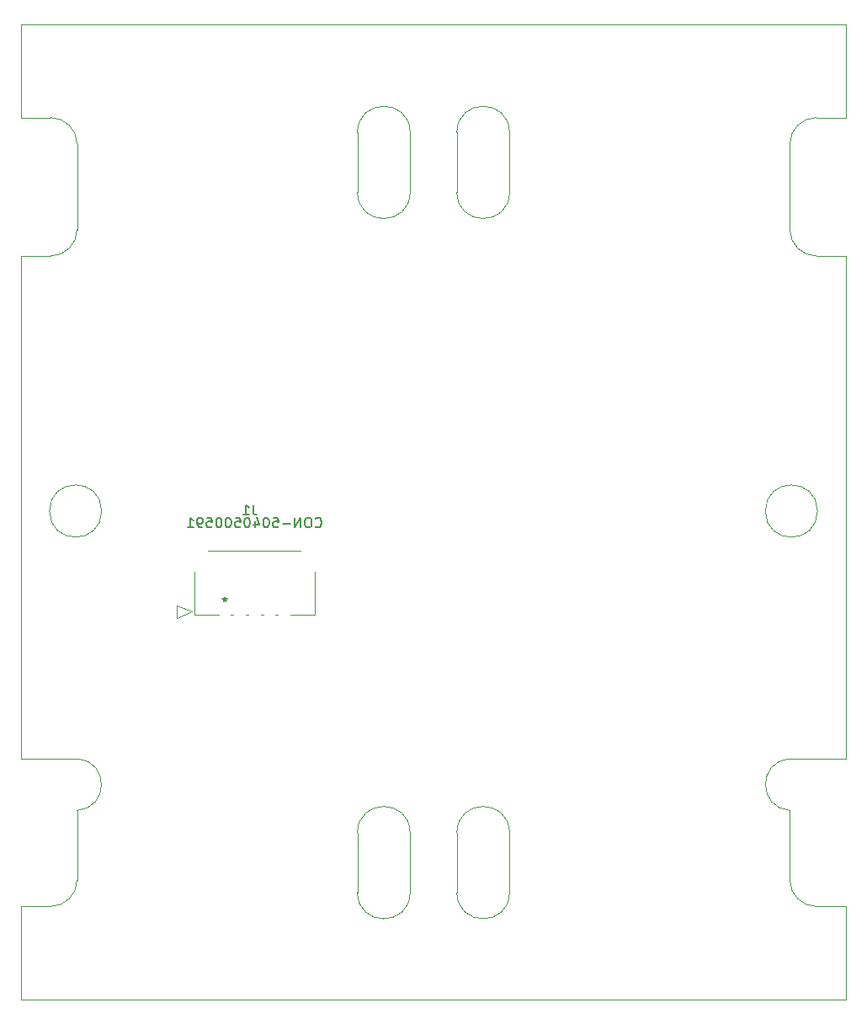
<source format=gbr>
%TF.GenerationSoftware,KiCad,Pcbnew,(6.0.9)*%
%TF.CreationDate,2023-01-30T20:43:42-08:00*%
%TF.ProjectId,solar-panel-NoCutout,736f6c61-722d-4706-916e-656c2d4e6f43,2.0*%
%TF.SameCoordinates,Original*%
%TF.FileFunction,Legend,Bot*%
%TF.FilePolarity,Positive*%
%FSLAX46Y46*%
G04 Gerber Fmt 4.6, Leading zero omitted, Abs format (unit mm)*
G04 Created by KiCad (PCBNEW (6.0.9)) date 2023-01-30 20:43:42*
%MOMM*%
%LPD*%
G01*
G04 APERTURE LIST*
%TA.AperFunction,Profile*%
%ADD10C,0.050000*%
%TD*%
%ADD11C,0.150000*%
%ADD12C,0.120000*%
G04 APERTURE END LIST*
D10*
X136850000Y-153000000D02*
X136850000Y-147000000D01*
X142150000Y-153000000D02*
X142150000Y-147000000D01*
X146850000Y-147000000D02*
X146850000Y-153000000D01*
X152150000Y-153000000D02*
X152150000Y-147000000D01*
X142150000Y-76600000D02*
X142150000Y-82600000D01*
X136850000Y-76600000D02*
X136850000Y-82600000D01*
X146850000Y-76600000D02*
X146850000Y-82600000D01*
X152150000Y-76600000D02*
X152150000Y-82600000D01*
X186000000Y-65750000D02*
X103000000Y-65750000D01*
X183125000Y-114650000D02*
G75*
G03*
X183125000Y-114650000I-2625000J0D01*
G01*
X108744606Y-139557190D02*
X103000000Y-139557190D01*
X180249992Y-139557104D02*
G75*
G03*
X180350001Y-144749999I250008J-2592596D01*
G01*
X186000000Y-163750000D02*
X186000000Y-156450000D01*
X186000000Y-73100000D02*
X186000000Y-65750000D01*
X106000000Y-75100000D02*
X103000000Y-75100000D01*
X108650000Y-77750000D02*
G75*
G03*
X106000000Y-75100000I-2650000J0D01*
G01*
X106000000Y-89000000D02*
G75*
G03*
X108650000Y-86350000I0J2650000D01*
G01*
X106000000Y-89000000D02*
X103000000Y-89000000D01*
X108650000Y-77750000D02*
X108650000Y-86350000D01*
X183000000Y-75100000D02*
G75*
G03*
X180350000Y-77750000I0J-2650000D01*
G01*
X180350000Y-86350000D02*
G75*
G03*
X183000000Y-89000000I2650000J0D01*
G01*
X183000000Y-75100000D02*
X186000000Y-75100000D01*
X180350000Y-77750000D02*
X180350000Y-86350000D01*
X183000000Y-89000000D02*
X186000000Y-89000000D01*
X103000000Y-65750000D02*
X103000000Y-75100000D01*
X103000000Y-89000000D02*
X103000000Y-139557190D01*
X103000000Y-154400000D02*
X103000000Y-163750000D01*
X186000000Y-156450000D02*
X186000000Y-154400000D01*
X186000000Y-75100000D02*
X186000000Y-73100000D01*
X185994606Y-139557190D02*
X180250000Y-139557190D01*
X136850000Y-82600000D02*
G75*
G03*
X142150000Y-82600000I2650000J0D01*
G01*
X108649999Y-144750000D02*
G75*
G03*
X108744606Y-139557190I-149999J2600000D01*
G01*
X108650000Y-151750000D02*
X108650000Y-144750000D01*
X152150000Y-76600000D02*
G75*
G03*
X146850000Y-76600000I-2650000J0D01*
G01*
X142150000Y-76600000D02*
G75*
G03*
X136850000Y-76600000I-2650000J0D01*
G01*
X103000000Y-163750000D02*
X186000000Y-163750000D01*
X142150000Y-147000000D02*
G75*
G03*
X136850000Y-147000000I-2650000J0D01*
G01*
X180350000Y-151750000D02*
X180350000Y-144750000D01*
X106000000Y-154400000D02*
X103000000Y-154400000D01*
X136850000Y-153000000D02*
G75*
G03*
X142150000Y-153000000I2650000J0D01*
G01*
X152150000Y-147000000D02*
G75*
G03*
X146850000Y-147000000I-2650000J0D01*
G01*
X106000000Y-154400000D02*
G75*
G03*
X108650000Y-151750000I0J2650000D01*
G01*
X180350000Y-151750000D02*
G75*
G03*
X183000000Y-154400000I2650000J0D01*
G01*
X146850000Y-153000000D02*
G75*
G03*
X152150000Y-153000000I2650000J0D01*
G01*
X183000000Y-154400000D02*
X186000000Y-154400000D01*
X186000000Y-89000000D02*
X185994606Y-139557190D01*
X146850000Y-82600000D02*
G75*
G03*
X152150000Y-82600000I2650000J0D01*
G01*
X111125000Y-114650000D02*
G75*
G03*
X111125000Y-114650000I-2625000J0D01*
G01*
D11*
%TO.C,J1*%
X126373333Y-114042380D02*
X126373333Y-114756666D01*
X126420952Y-114899523D01*
X126516190Y-114994761D01*
X126659047Y-115042380D01*
X126754285Y-115042380D01*
X125373333Y-115042380D02*
X125944761Y-115042380D01*
X125659047Y-115042380D02*
X125659047Y-114042380D01*
X125754285Y-114185238D01*
X125849523Y-114280476D01*
X125944761Y-114328095D01*
X132619049Y-116217142D02*
X132666668Y-116264761D01*
X132809525Y-116312380D01*
X132904763Y-116312380D01*
X133047621Y-116264761D01*
X133142859Y-116169523D01*
X133190478Y-116074285D01*
X133238097Y-115883809D01*
X133238097Y-115740952D01*
X133190478Y-115550476D01*
X133142859Y-115455238D01*
X133047621Y-115360000D01*
X132904763Y-115312380D01*
X132809525Y-115312380D01*
X132666668Y-115360000D01*
X132619049Y-115407619D01*
X132000002Y-115312380D02*
X131809525Y-115312380D01*
X131714287Y-115360000D01*
X131619049Y-115455238D01*
X131571430Y-115645714D01*
X131571430Y-115979047D01*
X131619049Y-116169523D01*
X131714287Y-116264761D01*
X131809525Y-116312380D01*
X132000002Y-116312380D01*
X132095240Y-116264761D01*
X132190478Y-116169523D01*
X132238097Y-115979047D01*
X132238097Y-115645714D01*
X132190478Y-115455238D01*
X132095240Y-115360000D01*
X132000002Y-115312380D01*
X131142859Y-116312380D02*
X131142859Y-115312380D01*
X130571430Y-116312380D01*
X130571430Y-115312380D01*
X130095240Y-115931428D02*
X129333335Y-115931428D01*
X128380954Y-115312380D02*
X128857144Y-115312380D01*
X128904763Y-115788571D01*
X128857144Y-115740952D01*
X128761906Y-115693333D01*
X128523811Y-115693333D01*
X128428573Y-115740952D01*
X128380954Y-115788571D01*
X128333335Y-115883809D01*
X128333335Y-116121904D01*
X128380954Y-116217142D01*
X128428573Y-116264761D01*
X128523811Y-116312380D01*
X128761906Y-116312380D01*
X128857144Y-116264761D01*
X128904763Y-116217142D01*
X127714287Y-115312380D02*
X127619049Y-115312380D01*
X127523811Y-115360000D01*
X127476192Y-115407619D01*
X127428573Y-115502857D01*
X127380954Y-115693333D01*
X127380954Y-115931428D01*
X127428573Y-116121904D01*
X127476192Y-116217142D01*
X127523811Y-116264761D01*
X127619049Y-116312380D01*
X127714287Y-116312380D01*
X127809525Y-116264761D01*
X127857144Y-116217142D01*
X127904763Y-116121904D01*
X127952382Y-115931428D01*
X127952382Y-115693333D01*
X127904763Y-115502857D01*
X127857144Y-115407619D01*
X127809525Y-115360000D01*
X127714287Y-115312380D01*
X126523811Y-115645714D02*
X126523811Y-116312380D01*
X126761906Y-115264761D02*
X127000002Y-115979047D01*
X126380954Y-115979047D01*
X125809525Y-115312380D02*
X125714287Y-115312380D01*
X125619049Y-115360000D01*
X125571430Y-115407619D01*
X125523811Y-115502857D01*
X125476192Y-115693333D01*
X125476192Y-115931428D01*
X125523811Y-116121904D01*
X125571430Y-116217142D01*
X125619049Y-116264761D01*
X125714287Y-116312380D01*
X125809525Y-116312380D01*
X125904763Y-116264761D01*
X125952382Y-116217142D01*
X126000002Y-116121904D01*
X126047621Y-115931428D01*
X126047621Y-115693333D01*
X126000002Y-115502857D01*
X125952382Y-115407619D01*
X125904763Y-115360000D01*
X125809525Y-115312380D01*
X124571430Y-115312380D02*
X125047621Y-115312380D01*
X125095240Y-115788571D01*
X125047621Y-115740952D01*
X124952382Y-115693333D01*
X124714287Y-115693333D01*
X124619049Y-115740952D01*
X124571430Y-115788571D01*
X124523811Y-115883809D01*
X124523811Y-116121904D01*
X124571430Y-116217142D01*
X124619049Y-116264761D01*
X124714287Y-116312380D01*
X124952382Y-116312380D01*
X125047621Y-116264761D01*
X125095240Y-116217142D01*
X123904763Y-115312380D02*
X123809525Y-115312380D01*
X123714287Y-115360000D01*
X123666668Y-115407619D01*
X123619049Y-115502857D01*
X123571430Y-115693333D01*
X123571430Y-115931428D01*
X123619049Y-116121904D01*
X123666668Y-116217142D01*
X123714287Y-116264761D01*
X123809525Y-116312380D01*
X123904763Y-116312380D01*
X124000002Y-116264761D01*
X124047621Y-116217142D01*
X124095240Y-116121904D01*
X124142859Y-115931428D01*
X124142859Y-115693333D01*
X124095240Y-115502857D01*
X124047621Y-115407619D01*
X124000002Y-115360000D01*
X123904763Y-115312380D01*
X122952382Y-115312380D02*
X122857144Y-115312380D01*
X122761906Y-115360000D01*
X122714287Y-115407619D01*
X122666668Y-115502857D01*
X122619049Y-115693333D01*
X122619049Y-115931428D01*
X122666668Y-116121904D01*
X122714287Y-116217142D01*
X122761906Y-116264761D01*
X122857144Y-116312380D01*
X122952382Y-116312380D01*
X123047621Y-116264761D01*
X123095240Y-116217142D01*
X123142859Y-116121904D01*
X123190478Y-115931428D01*
X123190478Y-115693333D01*
X123142859Y-115502857D01*
X123095240Y-115407619D01*
X123047621Y-115360000D01*
X122952382Y-115312380D01*
X121714287Y-115312380D02*
X122190478Y-115312380D01*
X122238097Y-115788571D01*
X122190478Y-115740952D01*
X122095240Y-115693333D01*
X121857144Y-115693333D01*
X121761906Y-115740952D01*
X121714287Y-115788571D01*
X121666668Y-115883809D01*
X121666668Y-116121904D01*
X121714287Y-116217142D01*
X121761906Y-116264761D01*
X121857144Y-116312380D01*
X122095240Y-116312380D01*
X122190478Y-116264761D01*
X122238097Y-116217142D01*
X121190478Y-116312380D02*
X121000002Y-116312380D01*
X120904763Y-116264761D01*
X120857144Y-116217142D01*
X120761906Y-116074285D01*
X120714287Y-115883809D01*
X120714287Y-115502857D01*
X120761906Y-115407619D01*
X120809525Y-115360000D01*
X120904763Y-115312380D01*
X121095240Y-115312380D01*
X121190478Y-115360000D01*
X121238097Y-115407619D01*
X121285716Y-115502857D01*
X121285716Y-115740952D01*
X121238097Y-115836190D01*
X121190478Y-115883809D01*
X121095240Y-115931428D01*
X120904763Y-115931428D01*
X120809525Y-115883809D01*
X120761906Y-115836190D01*
X120714287Y-115740952D01*
X119761906Y-116312380D02*
X120333335Y-116312380D01*
X120047621Y-116312380D02*
X120047621Y-115312380D01*
X120142859Y-115455238D01*
X120238097Y-115550476D01*
X120333335Y-115598095D01*
X123520000Y-123322380D02*
X123520000Y-123560476D01*
X123758095Y-123465238D02*
X123520000Y-123560476D01*
X123281904Y-123465238D01*
X123662857Y-123750952D02*
X123520000Y-123560476D01*
X123377142Y-123750952D01*
D12*
X132524989Y-125090000D02*
X130120041Y-125090000D01*
X132524989Y-120780040D02*
X132524989Y-125090000D01*
X125879959Y-125090000D02*
X125620040Y-125090000D01*
X127379961Y-125090000D02*
X127120039Y-125090000D01*
X118697013Y-125385000D02*
X120221013Y-124750000D01*
X128879961Y-125090000D02*
X128620041Y-125090000D01*
X121839885Y-118650000D02*
X131160116Y-118650000D01*
X120221013Y-124750000D02*
X118697013Y-124115000D01*
X124379960Y-125090000D02*
X124120040Y-125090000D01*
X122879960Y-125090000D02*
X120475012Y-125090000D01*
X118697013Y-124115000D02*
X118697013Y-125385000D01*
X120475012Y-125090000D02*
X120475012Y-120780040D01*
%TD*%
M02*

</source>
